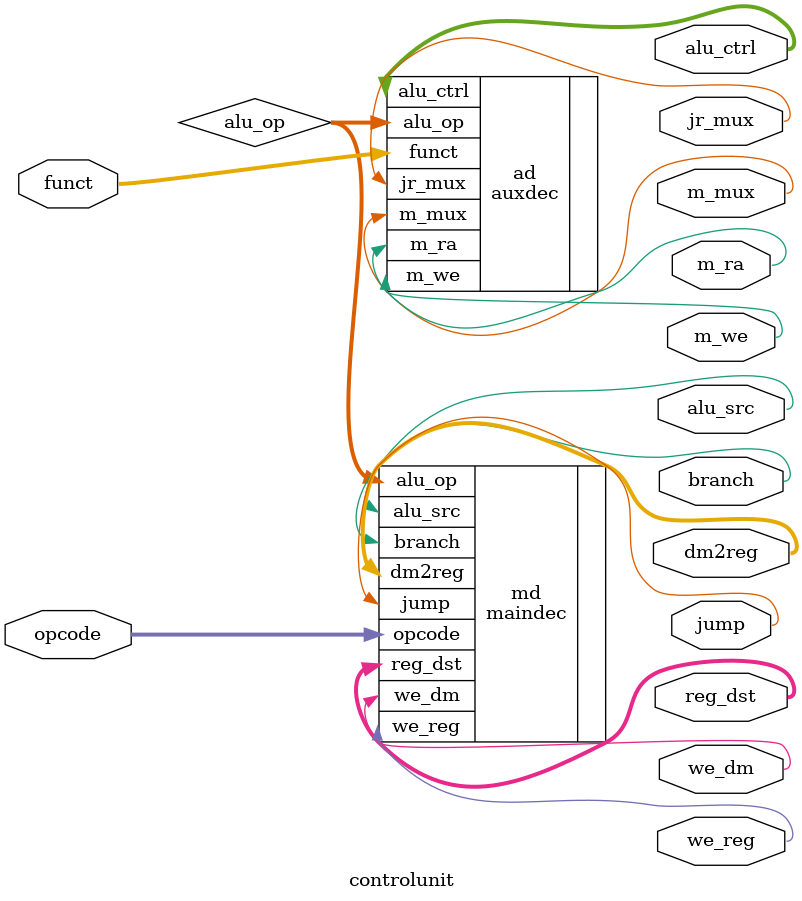
<source format=v>
module controlunit (
        input  wire [5:0]  opcode,
        input  wire [5:0]  funct,
        output wire        branch,
        output wire        jump,
        output wire [1:0]  reg_dst,//make 2 bit
        output wire        we_reg,
        output wire        alu_src,
        output wire        we_dm,
        output wire [1:0]  dm2reg,
        output wire        jr_mux,
        output wire        m_mux,
        output wire        m_we,
        output wire        m_ra,
        output wire [2:0]  alu_ctrl
    );
    
    wire [1:0] alu_op;

    maindec md (
        .opcode         (opcode),
        .branch         (branch),
        .jump           (jump),
        .reg_dst        (reg_dst),
        .we_reg         (we_reg),
        .alu_src        (alu_src),
        .we_dm          (we_dm),
        .dm2reg         (dm2reg),
        .alu_op         (alu_op)
    );

    auxdec ad (
        .alu_op         (alu_op),
        .funct          (funct),
        .alu_ctrl       (alu_ctrl),
        .jr_mux         (jr_mux),
        .m_mux          (m_mux),
        .m_we           (m_we),
        .m_ra           (m_ra)
    );

endmodule
</source>
